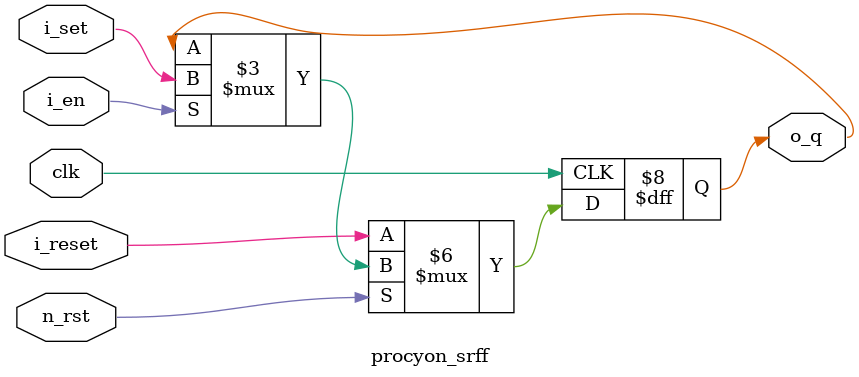
<source format=sv>
/*
 * Copyright (c) 2021 Sekhar Bhattacharya
 *
 * SPDX-License-Identifier: MIT
 */

// n-bit flip-flop with synchronous reset and enable

module procyon_srff #(
    parameter OPTN_DATA_WIDTH = 1
)(
    input  logic                       clk,
    input  logic                       n_rst,

    input  logic                       i_en,
    input  logic [OPTN_DATA_WIDTH-1:0] i_set,
    input  logic [OPTN_DATA_WIDTH-1:0] i_reset,
    output logic [OPTN_DATA_WIDTH-1:0] o_q
);

    always_ff @(posedge clk) begin
        if (~n_rst)    o_q <= i_reset;
        else if (i_en) o_q <= i_set;
    end

endmodule

</source>
